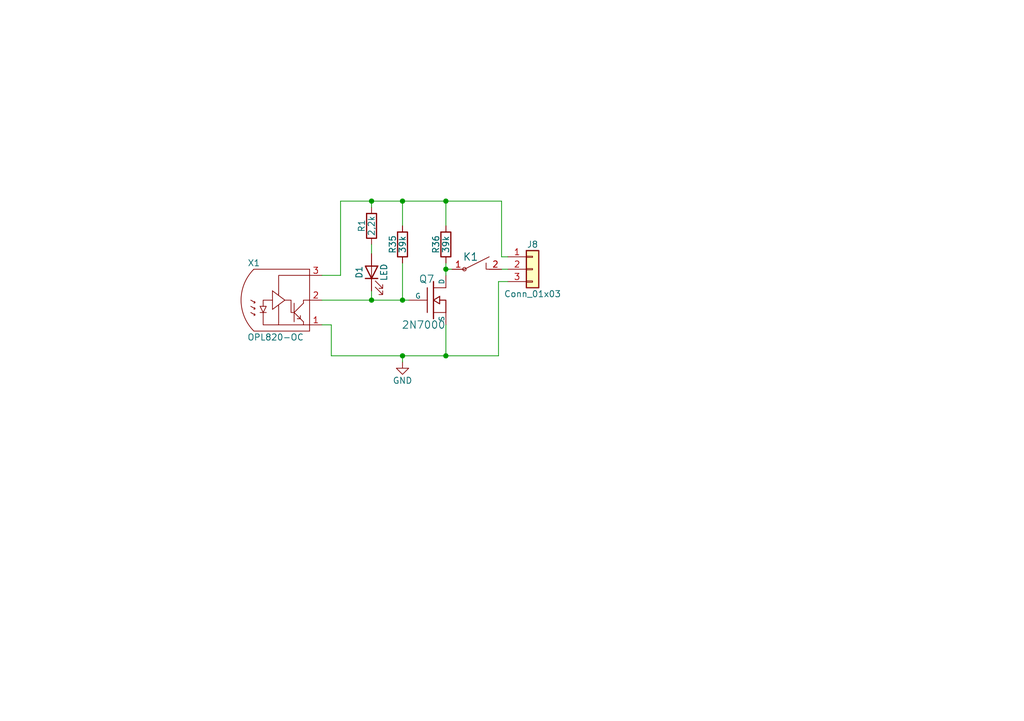
<source format=kicad_sch>
(kicad_sch (version 20211123) (generator eeschema)
  (paper "A5")
  (title_block (title "Vector Drawing for WWI") (date "2023-07-06") (rev "0.2a"))
  (lib_symbols
    (symbol "Connector_Generic:Conn_01x03" (pin_names (offset 1.016) hide)
      (property "Reference" "J" (at 0 5.08 0))
      (property "Value" "Conn_01x03" (at 0 -5.08 0))
      (symbol "Conn_01x03_1_1"
        (rectangle (start -1.27 -2.413) (end 0 -2.667) (stroke (width 0.1524)))
        (rectangle (start -1.27 0.127) (end 0 -0.127) (stroke (width 0.1524)))
        (rectangle (start -1.27 2.667) (end 0 2.413) (stroke (width 0.1524)))
        (rectangle (start -1.27 3.81) (end 1.27 -3.81) (stroke (width 0.254)) (fill (type background)))
        (pin passive line (at -5.08 2.54 0) (length 3.81) (name "Pin_1") (number "1"))
        (pin passive line (at -5.08 0 0) (length 3.81) (name "Pin_2") (number "2"))
        (pin passive line (at -5.08 -2.54 0) (length 3.81) (name "Pin_3") (number "3"))
      )
    )
    (symbol "Device:LED" (pin_numbers hide) (pin_names (offset 1.016) hide)
      (property "Reference" "D" (at 0 2.54 0))
      (property "Value" "LED" (at 0 -2.54 0))
      (symbol "LED_0_1"
        (polyline (pts (xy -1.27 -1.27) (xy -1.27 1.27)) (stroke (width 0.254)))
        (polyline (pts (xy -1.27 0) (xy 1.27 0)))
        (polyline (pts (xy 1.27 -1.27) (xy 1.27 1.27) (xy -1.27 0) (xy 1.27 -1.27)) (stroke (width 0.254)))
        (polyline (pts (xy -3.048 -0.762) (xy -4.572 -2.286) (xy -3.81 -2.286) (xy -4.572 -2.286) (xy -4.572 -1.524)))
        (polyline (pts (xy -1.778 -0.762) (xy -3.302 -2.286) (xy -2.54 -2.286) (xy -3.302 -2.286) (xy -3.302 -1.524)))
      )
      (symbol "LED_1_1"
        (pin passive line (at -3.81 0 0) (length 2.54) (name "K") (number "1"))
        (pin passive line (at 3.81 0 180) (length 2.54) (name "A") (number "2"))
      )
    )
    (symbol "Device:R" (pin_numbers hide) (pin_names (offset 0))
      (property "Reference" "R" (at 2.032 0 90))
      (property "Value" "R" (at 0 0 90))
      (symbol "R_0_1"
        (rectangle (start -1.016 -2.54) (end 1.016 2.54) (stroke (width 0.254)))
      )
      (symbol "R_1_1"
        (pin passive line (at 0 3.81 270) (length 1.27) (name "~") (number "1"))
        (pin passive line (at 0 -3.81 90) (length 1.27) (name "~") (number "2"))
      )
    )
    (symbol "power:GND" (power) (pin_names (offset 0))
      (property "Value" "GND" (at 0 -3.81 0))
      (symbol "GND_0_1"
        (polyline (pts (xy 0 0) (xy 0 -1.27) (xy 1.27 -1.27) (xy 0 -2.54) (xy -1.27 -1.27) (xy 0 -1.27)))
      )
      (symbol "GND_1_1"
        (pin power_in line (at 0 0 270) (length 0) hide (name "GND") (number "1"))
      )
    )
    (symbol "rg:BS170" (pin_numbers hide) (pin_names (offset 0))
      (property "Reference" "Q" (at 0.254 4.318 0))
      (property "Value" "BS170" (at 0.254 -3.81 0))
      (symbol "BS170_0_1"
        (polyline (pts (xy -1.27 -2.54) (xy -1.27 2.54)) (stroke (width 0.2032)))
        (polyline (pts (xy 0 -3.81) (xy 0 3.81)) (stroke (width 0.254)))
        (polyline (pts (xy 2.54 -2.54) (xy 0 -2.54)))
        (polyline (pts (xy 2.54 2.54) (xy 0 2.54)))
        (polyline (pts (xy 2.54 -2.54) (xy 2.54 0) (xy 1.27 0)) (stroke (width 0.2032)))
        (polyline (pts (xy 1.27 0.762) (xy 1.27 -0.762) (xy 0 0) (xy 1.27 0.762) (xy 1.27 0.762)) (stroke (width 0.2032)))
      )
      (symbol "BS170_1_1"
        (pin passive line (at 2.54 5.08 270) (length 2.54) (name "D") (number "D"))
        (pin input line (at -5.08 0 0) (length 3.81) (name "G") (number "G"))
        (pin passive line (at 2.54 -5.08 90) (length 2.54) (name "S") (number "S"))
      )
    )
    (symbol "rg:OPL820-OC"
      (property "Reference" "X" (at -10.16 7.62 0))
      (property "Value" "OPL820-OC" (at -5.715 -7.62 0))
      (symbol "OPL820-OC_0_1"
        (arc (start -10.1601 6.35) (mid -12.7903 0) (end -10.1601 -6.35))
        (polyline (pts (xy -10.16 -6.35) (xy 1.27 -6.35)))
        (polyline (pts (xy -10.16 6.35) (xy 1.27 6.35)))
        (polyline (pts (xy -8.89 -2.54) (xy -7.62 -2.54)))
        (polyline (pts (xy -5.08 -5.08) (xy -5.08 -1.27)))
        (polyline (pts (xy -5.08 -1.27) (xy -5.08 -1.016)))
        (polyline (pts (xy -5.08 1.397) (xy -5.08 1.016)))
        (polyline (pts (xy 0 -4.445) (xy 0 -5.08)))
        (polyline (pts (xy 1.27 -5.08) (xy 0 -5.08)))
        (polyline (pts (xy -8.255 -2.54) (xy -8.255 -5.08) (xy 0 -5.08)))
        (polyline (pts (xy -8.255 -1.27) (xy -8.255 0) (xy -6.35 0)))
        (polyline (pts (xy -5.08 1.27) (xy -5.08 5.08) (xy 1.27 5.08)))
        (polyline (pts (xy -0.635 -3.175) (xy -0.635 -3.81) (xy -1.27 -3.81)))
        (polyline (pts (xy 1.27 0) (xy 0 0) (xy 0 -0.635)))
        (polyline (pts (xy -8.89 -1.27) (xy -8.255 -2.54) (xy -7.62 -1.27) (xy -8.89 -1.27)))
        (polyline (pts (xy -6.35 1.905) (xy -6.35 -1.905) (xy -3.81 0) (xy -6.35 1.905)))
        (polyline (pts (xy -3.81 0) (xy -2.54 0) (xy -2.54 -2.54) (xy -1.905 -2.54)))
        (polyline (pts (xy -10.795 -2.54) (xy -9.906 -3.048) (xy -10.033 -2.794) (xy -9.906 -3.048) (xy -10.16 -3.175)))
        (polyline (pts (xy -10.795 -1.27) (xy -9.906 -1.778) (xy -10.033 -1.524) (xy -9.906 -1.778) (xy -10.16 -1.905)))
        (polyline (pts (xy -10.795 0) (xy -9.906 -0.508) (xy -10.033 -0.254) (xy -9.906 -0.508) (xy -10.16 -0.635)))
        (polyline (pts (xy -1.905 -0.635) (xy -1.905 -4.445) (xy -1.905 -2.54) (xy 0 -4.445) (xy -1.905 -2.54) (xy 0 -0.635)))
        (rectangle (start 1.27 6.35) (end 1.27 -6.35))
      )
      (symbol "OPL820-OC_1_1"
        (pin power_in line (at 3.81 -5.08 180) (length 2.54) (name "") (number "1"))
        (pin output line (at 3.81 0 180) (length 2.54) (name "") (number "2"))
        (pin power_in line (at 3.81 5.08 180) (length 2.54) (name "") (number "3"))
      )
    )
    (symbol "rg:SchEin" (pin_names (offset 1.016))
      (property "Reference" "K" (at -1.27 2.54 0))
      (symbol "SchEin_0_1"
        (circle (center -2.54 0) (radius 0.3556))
        (polyline (pts (xy -2.54 0) (xy 2.54 2.54)))
        (polyline (pts (xy 2.54 0) (xy 1.905 0) (xy 1.905 1.27)))
      )
      (symbol "SchEin_1_1"
        (pin bidirectional line (at -5.08 0 0) (length 2.54) (name "~") (number "1"))
        (pin bidirectional line (at 5.08 0 180) (length 2.54) (name "~") (number "2"))
      )
    )
  )
  (junction (at 76.2 61.595))
  (junction (at 91.44 55.245))
  (junction (at 91.44 41.275))
  (junction (at 91.44 73.025))
  (junction (at 82.55 73.025))
  (junction (at 82.55 41.275))
  (junction (at 82.55 61.595))
  (junction (at 76.2 41.275))
  (wire (pts (xy 76.2 61.595) (xy 82.55 61.595)))
  (wire (pts (xy 104.14 57.785) (xy 102.235 57.785)))
  (wire (pts (xy 82.55 73.025) (xy 67.945 73.025)))
  (wire (pts (xy 66.04 61.595) (xy 76.2 61.595)))
  (wire (pts (xy 91.44 73.025) (xy 82.55 73.025)))
  (wire (pts (xy 91.44 55.245) (xy 91.44 56.515)))
  (wire (pts (xy 91.44 53.975) (xy 91.44 55.245)))
  (wire (pts (xy 69.85 56.515) (xy 69.85 41.275)))
  (wire (pts (xy 67.945 73.025) (xy 67.945 66.675)))
  (wire (pts (xy 82.55 53.975) (xy 82.55 61.595)))
  (wire (pts (xy 76.2 50.165) (xy 76.2 52.07)))
  (wire (pts (xy 91.44 41.275) (xy 102.87 41.275)))
  (wire (pts (xy 76.2 41.275) (xy 76.2 42.545)))
  (wire (pts (xy 102.235 57.785) (xy 102.235 73.025)))
  (wire (pts (xy 82.55 41.275) (xy 82.55 46.355)))
  (wire (pts (xy 76.2 59.69) (xy 76.2 61.595)))
  (wire (pts (xy 82.55 61.595) (xy 83.82 61.595)))
  (wire (pts (xy 102.87 52.705) (xy 102.87 41.275)))
  (wire (pts (xy 91.44 66.675) (xy 91.44 73.025)))
  (wire (pts (xy 67.945 66.675) (xy 66.04 66.675)))
  (wire (pts (xy 82.55 41.275) (xy 91.44 41.275)))
  (wire (pts (xy 76.2 41.275) (xy 82.55 41.275)))
  (wire (pts (xy 91.44 55.245) (xy 92.71 55.245)))
  (wire (pts (xy 82.55 74.295) (xy 82.55 73.025)))
  (wire (pts (xy 104.14 52.705) (xy 102.87 52.705)))
  (wire (pts (xy 66.04 56.515) (xy 69.85 56.515)))
  (wire (pts (xy 91.44 41.275) (xy 91.44 46.355)))
  (wire (pts (xy 69.85 41.275) (xy 76.2 41.275)))
  (wire (pts (xy 102.87 55.245) (xy 104.14 55.245)))
  (wire (pts (xy 91.44 73.025) (xy 102.235 73.025)))
  (symbol (lib_id "rg:SchEin") (at 97.79 55.245 0) (unit 1)
    (property "Reference" "K1" (at 96.52 52.705 0) (effects (font (size 1.524 1.524))))
    (property "Value" "SchEin" (effects hide))
    (property "Footprint" "PINHEAD1-2" (effects hide))
  )
  (symbol (lib_id "Device:R") (at 76.2 46.355 180) (unit 1)
    (property "Reference" "R1" (at 74.168 46.355 90))
    (property "Value" "2,2k" (at 76.2 46.355 90))
    (property "Footprint" "RG:R4-2" (effects hide))
  )
  (symbol (lib_id "power:GND") (at 82.55 74.295 0) (unit 1)
    (property "Reference" "#PWR07" (effects hide))
    (property "Value" "GND" (at 82.55 78.105 0))
  )
  (symbol (lib_id "Device:R") (at 82.55 50.165 180) (unit 1)
    (property "Reference" "R35" (at 80.518 50.165 90))
    (property "Value" "39k" (at 82.55 50.165 90))
    (property "Footprint" "RG:R4-2" (effects hide))
  )
  (symbol (lib_id "Device:LED") (at 76.2 55.88 90) (unit 1)
    (property "Reference" "D1" (at 73.66 55.88 0))
    (property "Value" "LED" (at 78.74 55.88 0))
  )
  (symbol (lib_id "Connector_Generic:Conn_01x03") (at 109.22 55.245 0) (unit 1)
    (property "Reference" "J8" (at 109.22 50.165 0))
    (property "Value" "Conn_01x03" (at 109.22 60.325 0))
    (property "Footprint" "RG:PSS_3" (effects hide))
  )
  (symbol (lib_id "rg:OPL820-OC") (at 62.23 61.595 0) (unit 1)
    (property "Reference" "X1" (at 52.07 53.975 0))
    (property "Value" "OPL820-OC" (at 56.515 69.215 0))
  )
  (symbol (lib_id "Device:R") (at 91.44 50.165 180) (unit 1)
    (property "Reference" "R36" (at 89.408 50.165 90))
    (property "Value" "39k" (at 91.44 50.165 90))
    (property "Footprint" "RG:R4-2" (effects hide))
  )
  (symbol (lib_id "rg:BS170") (at 88.9 61.595 0) (unit 1)
    (property "Reference" "Q7" (at 89.154 57.277 0) (effects (font (size 1.524 1.524)) (justify right)))
    (property "Value" "2N7000" (at 91.44 66.675 0) (effects (font (size 1.524 1.524)) (justify right)))
    (property "Footprint" "RG:FETsgd_inline" (effects hide))
    (property "Datasheet" "/kerai/Data/datasheets/Transistoren/2N7000,2N7002#VIS.pdf" (effects hide))
  )
)
</source>
